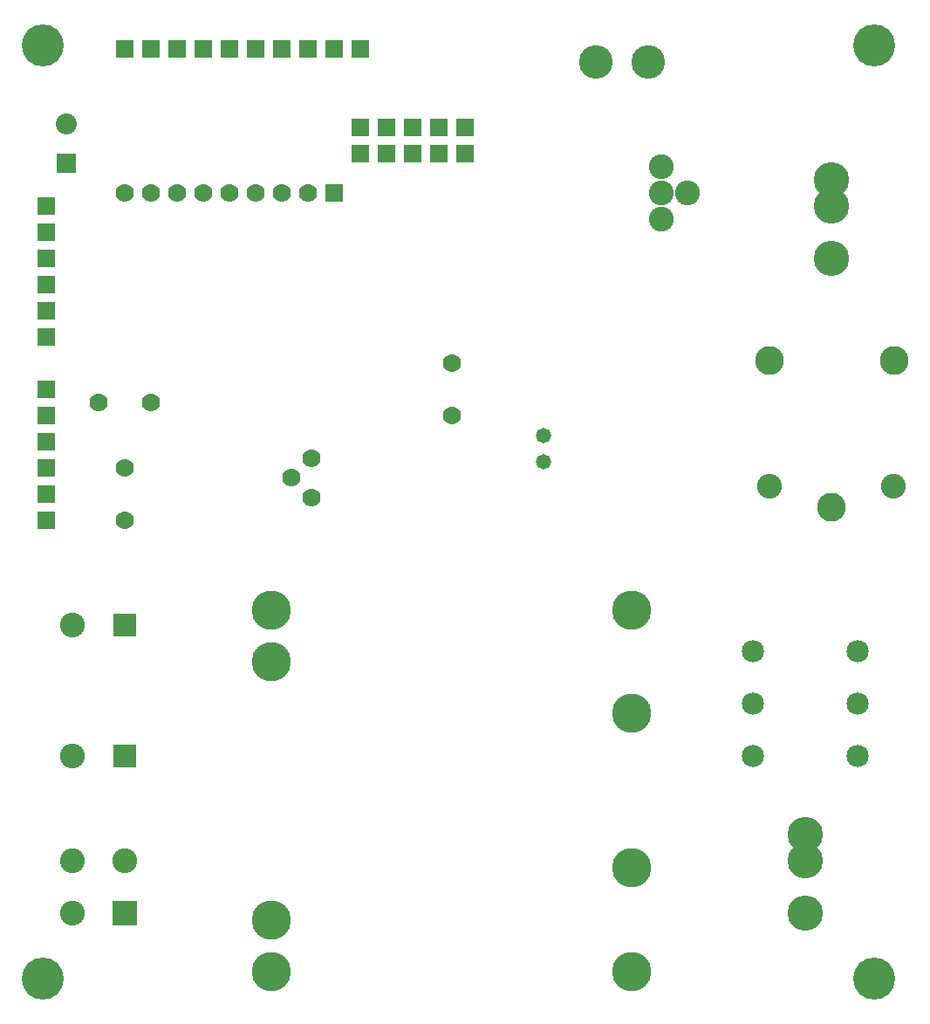
<source format=gbr>
%FSLAX23Y23*%
%MOIN*%
G04 EasyPC Gerber Version 14.0.2 Build 2922 *
%ADD14R,0.07000X0.07000*%
%ADD15R,0.07000X0.07000*%
%ADD20R,0.07500X0.07500*%
%ADD17R,0.09000X0.09000*%
%ADD16R,0.09500X0.09500*%
%ADD10C,0.05800*%
%ADD13C,0.06984*%
%ADD19C,0.07000*%
%ADD21C,0.08000*%
%ADD71C,0.08500*%
%ADD11C,0.09500*%
%ADD70C,0.11000*%
%ADD23C,0.12811*%
%ADD12C,0.13500*%
%ADD18C,0.15000*%
%ADD22C,0.16000*%
X0Y0D02*
D02*
D10*
X2667Y2165D03*
Y2265D03*
D02*
D11*
X867Y440D03*
Y640D03*
Y1040D03*
Y1540D03*
X1067Y640D03*
X3117Y3090D03*
Y3190D03*
Y3290D03*
X3217Y3190D03*
X3530Y2069D03*
X4003Y2069D03*
D02*
D12*
X3667Y440D03*
Y640D03*
Y740D03*
X3767Y2940D03*
Y3140D03*
Y3240D03*
D02*
D13*
X1067Y1940D03*
Y2140D03*
X2317Y2340D03*
Y2540D03*
D02*
D14*
X766Y1940D03*
Y2040D03*
Y2140D03*
Y2240D03*
Y2340D03*
Y2440D03*
Y2640D03*
Y2740D03*
Y2840D03*
Y2940D03*
Y3040D03*
Y3140D03*
X1866Y3190D03*
X1966Y3340D03*
Y3440D03*
X2067Y3340D03*
Y3440D03*
X2167Y3340D03*
Y3440D03*
X2267Y3340D03*
Y3440D03*
X2367Y3340D03*
Y3440D03*
D02*
D15*
X1067Y3740D03*
X1167D03*
X1267D03*
X1367D03*
X1466D03*
X1566D03*
X1666D03*
X1766D03*
X1866D03*
X1966D03*
D02*
D16*
X1067Y440D03*
D02*
D17*
Y1040D03*
Y1540D03*
D02*
D18*
X1626Y218D03*
Y415D03*
Y1399D03*
Y1596D03*
X3004Y218D03*
Y612D03*
Y1202D03*
Y1596D03*
D02*
D19*
X967Y2390D03*
X1067Y3190D03*
X1167Y2390D03*
Y3190D03*
X1267D03*
X1367D03*
X1466D03*
X1566D03*
X1666D03*
X1704Y2103D03*
X1766Y3190D03*
X1779Y2028D03*
Y2178D03*
D02*
D70*
X3528Y2551D03*
X3767Y1990D03*
X4005Y2550D03*
D02*
D71*
X3467Y1040D03*
Y1240D03*
Y1440D03*
X3867Y1040D03*
Y1240D03*
Y1440D03*
D02*
D20*
X842Y3303D03*
D02*
D21*
Y3453D03*
D02*
D22*
X754Y190D03*
Y3753D03*
X3929Y190D03*
Y3753D03*
D02*
D23*
X2867Y3690D03*
X3067D03*
X0Y0D02*
M02*

</source>
